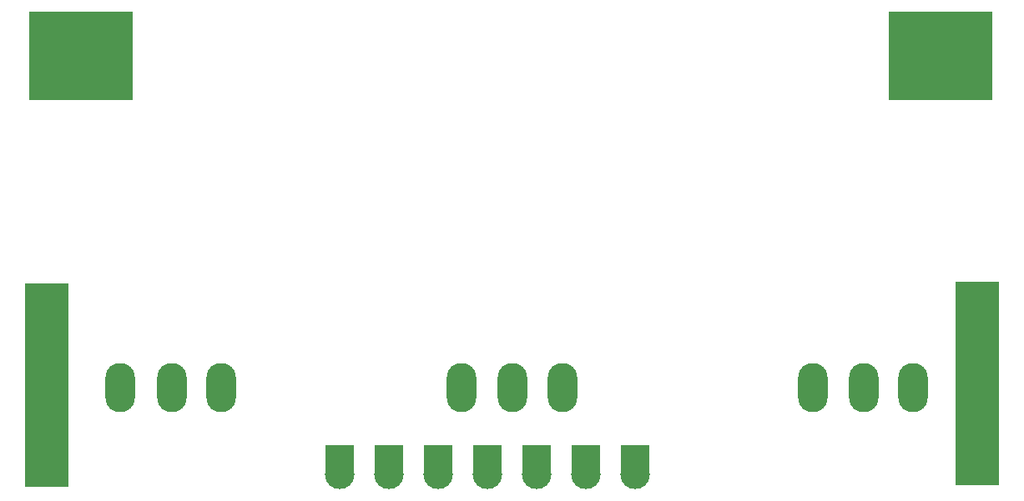
<source format=gbp>
G04*
G04 #@! TF.GenerationSoftware,Altium Limited,Altium Designer,21.0.8 (223)*
G04*
G04 Layer_Color=128*
%FSLAX44Y44*%
%MOMM*%
G71*
G04*
G04 #@! TF.SameCoordinates,E1CE83FB-EE8D-4ACF-9475-2CBEE53E120E*
G04*
G04*
G04 #@! TF.FilePolarity,Positive*
G04*
G01*
G75*
%ADD23R,3.0000X3.0000*%
%ADD24C,3.0000*%
%ADD25O,3.0000X5.0000*%
%ADD26R,10.5000X9.0000*%
%ADD27R,4.5000X20.7000*%
%ADD28R,10.5000X9.0000*%
D23*
X325000Y35000D02*
D03*
X475000D02*
D03*
X375000Y35000D02*
D03*
X525000D02*
D03*
X625000D02*
D03*
X425000D02*
D03*
X575000Y35000D02*
D03*
D24*
X325000Y20000D02*
D03*
X475000D02*
D03*
X375000Y20000D02*
D03*
X525000D02*
D03*
X625000Y20000D02*
D03*
X425000Y20000D02*
D03*
X575000Y20000D02*
D03*
D25*
X102890Y107680D02*
D03*
X154890D02*
D03*
X204890D02*
D03*
X448890Y107680D02*
D03*
X500890D02*
D03*
X550890D02*
D03*
X906890Y107680D02*
D03*
X856890D02*
D03*
X804890D02*
D03*
D26*
X935000Y445000D02*
D03*
D27*
X27890Y110680D02*
D03*
X972390Y112180D02*
D03*
D28*
X62500Y445000D02*
D03*
M02*

</source>
